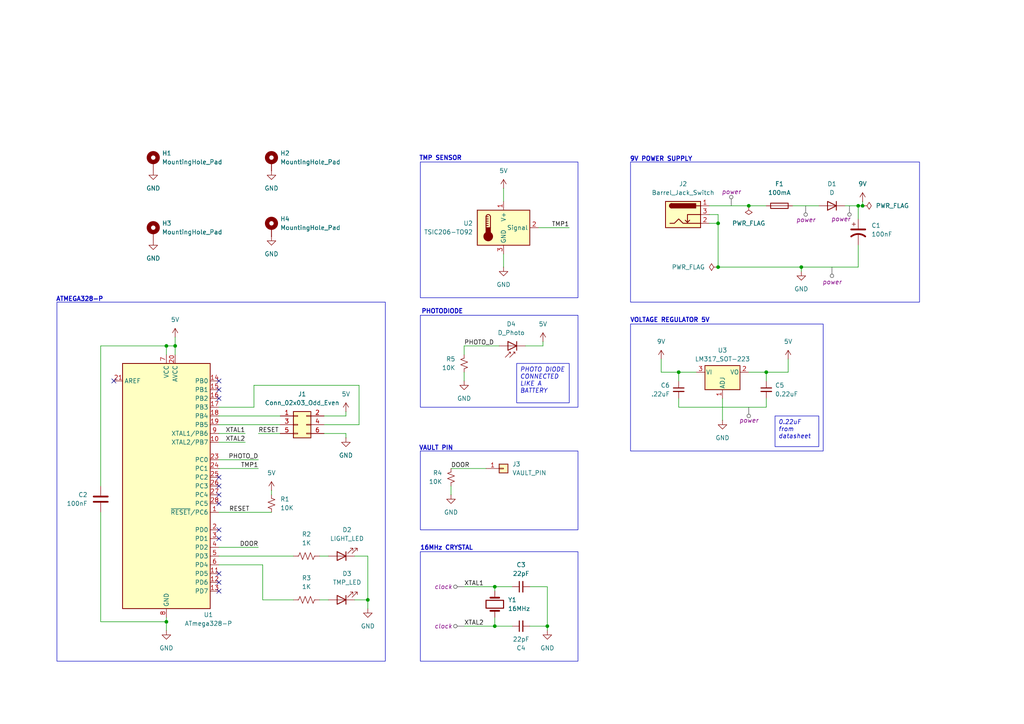
<source format=kicad_sch>
(kicad_sch (version 20231120) (generator "eeschema") (generator_version "8.0")
  (paper "A4")
  (title_block (title "VAULT SECURITY SYSTEM CONTROLLER") (date "2025-01-22") (company "CHAMALIDIS VASILEIOS SOTIRIOS"))
  (lib_symbols
    (symbol "Connector:Barrel_Jack_Switch" (pin_names hide)
      (property "Reference" "J" (at 0 5.334 0))
      (property "Value" "Barrel_Jack_Switch" (at 0 -5.08 0))
      (symbol "Barrel_Jack_Switch_0_1"
        (rectangle (start -5.08 3.81) (end 5.08 -3.81) (stroke (width 0.254)) (fill (type background)))
        (arc (start -3.302 3.175) (mid -3.9343 2.54) (end -3.302 1.905) (stroke (width 0.254)))
        (arc (start -3.302 3.175) (mid -3.9343 2.54) (end -3.302 1.905) (stroke (width 0.254)) (fill (type outline)))
        (polyline (pts (xy 1.27 -2.286) (xy 1.905 -1.651)) (stroke (width 0.254)))
        (polyline (pts (xy 5.08 2.54) (xy 3.81 2.54)) (stroke (width 0.254)))
        (polyline (pts (xy 5.08 0) (xy 1.27 0) (xy 1.27 -2.286) (xy 0.635 -1.651)) (stroke (width 0.254)))
        (polyline (pts (xy -3.81 -2.54) (xy -2.54 -2.54) (xy -1.27 -1.27) (xy 0 -2.54) (xy 2.54 -2.54) (xy 5.08 -2.54)) (stroke (width 0.254)))
        (rectangle (start 3.683 3.175) (end -3.302 1.905) (stroke (width 0.254)) (fill (type outline)))
      )
      (symbol "Barrel_Jack_Switch_1_1"
        (pin passive line (at 7.62 2.54 180) (length 2.54) (name "~") (number "1"))
        (pin passive line (at 7.62 -2.54 180) (length 2.54) (name "~") (number "2"))
        (pin passive line (at 7.62 0 180) (length 2.54) (name "~") (number "3"))
      )
    )
    (symbol "Connector_Generic:Conn_01x01" (pin_names (offset 1.016) hide)
      (property "Reference" "J" (at 0 2.54 0))
      (property "Value" "Conn_01x01" (at 0 -2.54 0))
      (symbol "Conn_01x01_1_1"
        (rectangle (start -1.27 0.127) (end 0 -0.127) (stroke (width 0.1524)))
        (rectangle (start -1.27 1.27) (end 1.27 -1.27) (stroke (width 0.254)) (fill (type background)))
        (pin passive line (at -5.08 0 0) (length 3.81) (name "Pin_1") (number "1"))
      )
    )
    (symbol "Connector_Generic:Conn_02x03_Odd_Even" (pin_names (offset 1.016) hide)
      (property "Reference" "J" (at 1.27 5.08 0))
      (property "Value" "Conn_02x03_Odd_Even" (at 1.27 -5.08 0))
      (symbol "Conn_02x03_Odd_Even_1_1"
        (rectangle (start -1.27 -2.413) (end 0 -2.667) (stroke (width 0.1524)))
        (rectangle (start -1.27 0.127) (end 0 -0.127) (stroke (width 0.1524)))
        (rectangle (start -1.27 2.667) (end 0 2.413) (stroke (width 0.1524)))
        (rectangle (start -1.27 3.81) (end 3.81 -3.81) (stroke (width 0.254)) (fill (type background)))
        (rectangle (start 3.81 -2.413) (end 2.54 -2.667) (stroke (width 0.1524)))
        (rectangle (start 3.81 0.127) (end 2.54 -0.127) (stroke (width 0.1524)))
        (rectangle (start 3.81 2.667) (end 2.54 2.413) (stroke (width 0.1524)))
        (pin passive line (at -5.08 2.54 0) (length 3.81) (name "Pin_1") (number "1"))
        (pin passive line (at 7.62 2.54 180) (length 3.81) (name "Pin_2") (number "2"))
        (pin passive line (at -5.08 0 0) (length 3.81) (name "Pin_3") (number "3"))
        (pin passive line (at 7.62 0 180) (length 3.81) (name "Pin_4") (number "4"))
        (pin passive line (at -5.08 -2.54 0) (length 3.81) (name "Pin_5") (number "5"))
        (pin passive line (at 7.62 -2.54 180) (length 3.81) (name "Pin_6") (number "6"))
      )
    )
    (symbol "Device:C" (pin_numbers hide) (pin_names (offset 0.254))
      (property "Reference" "C" (at 0.635 2.54 0))
      (property "Value" "C" (at 0.635 -2.54 0))
      (symbol "C_0_1"
        (polyline (pts (xy -2.032 -0.762) (xy 2.032 -0.762)) (stroke (width 0.508)))
        (polyline (pts (xy -2.032 0.762) (xy 2.032 0.762)) (stroke (width 0.508)))
      )
      (symbol "C_1_1"
        (pin passive line (at 0 3.81 270) (length 2.794) (name "~") (number "1"))
        (pin passive line (at 0 -3.81 90) (length 2.794) (name "~") (number "2"))
      )
    )
    (symbol "Device:C_Polarized_US" (pin_numbers hide) (pin_names (offset 0.254) hide)
      (property "Reference" "C" (at 0.635 2.54 0))
      (property "Value" "C_Polarized_US" (at 0.635 -2.54 0))
      (symbol "C_Polarized_US_0_1"
        (polyline (pts (xy -2.032 0.762) (xy 2.032 0.762)) (stroke (width 0.508)))
        (polyline (pts (xy -1.778 2.286) (xy -0.762 2.286)))
        (polyline (pts (xy -1.27 1.778) (xy -1.27 2.794)))
        (arc (start 2.032 -1.27) (mid 0 -0.5572) (end -2.032 -1.27) (stroke (width 0.508)))
      )
      (symbol "C_Polarized_US_1_1"
        (pin passive line (at 0 3.81 270) (length 2.794) (name "~") (number "1"))
        (pin passive line (at 0 -3.81 90) (length 3.302) (name "~") (number "2"))
      )
    )
    (symbol "Device:C_Small" (pin_numbers hide) (pin_names (offset 0.254) hide)
      (property "Reference" "C" (at 0.254 1.778 0))
      (property "Value" "C_Small" (at 0.254 -2.032 0))
      (symbol "C_Small_0_1"
        (polyline (pts (xy -1.524 -0.508) (xy 1.524 -0.508)) (stroke (width 0.3302)))
        (polyline (pts (xy -1.524 0.508) (xy 1.524 0.508)) (stroke (width 0.3048)))
      )
      (symbol "C_Small_1_1"
        (pin passive line (at 0 2.54 270) (length 2.032) (name "~") (number "1"))
        (pin passive line (at 0 -2.54 90) (length 2.032) (name "~") (number "2"))
      )
    )
    (symbol "Device:Crystal" (pin_numbers hide) (pin_names (offset 1.016) hide)
      (property "Reference" "Y" (at 0 3.81 0))
      (property "Value" "Crystal" (at 0 -3.81 0))
      (symbol "Crystal_0_1"
        (rectangle (start -1.143 2.54) (end 1.143 -2.54) (stroke (width 0.3048)))
        (polyline (pts (xy -2.54 0) (xy -1.905 0)))
        (polyline (pts (xy -1.905 -1.27) (xy -1.905 1.27)) (stroke (width 0.508)))
        (polyline (pts (xy 1.905 -1.27) (xy 1.905 1.27)) (stroke (width 0.508)))
        (polyline (pts (xy 2.54 0) (xy 1.905 0)))
      )
      (symbol "Crystal_1_1"
        (pin passive line (at -3.81 0 0) (length 1.27) (name "1") (number "1"))
        (pin passive line (at 3.81 0 180) (length 1.27) (name "2") (number "2"))
      )
    )
    (symbol "Device:D" (pin_numbers hide) (pin_names (offset 1.016) hide)
      (property "Reference" "D" (at 0 2.54 0))
      (property "Value" "D" (at 0 -2.54 0))
      (symbol "D_0_1"
        (polyline (pts (xy -1.27 1.27) (xy -1.27 -1.27)) (stroke (width 0.254)))
        (polyline (pts (xy 1.27 0) (xy -1.27 0)))
        (polyline (pts (xy 1.27 1.27) (xy 1.27 -1.27) (xy -1.27 0) (xy 1.27 1.27)) (stroke (width 0.254)))
      )
      (symbol "D_1_1"
        (pin passive line (at -3.81 0 0) (length 2.54) (name "K") (number "1"))
        (pin passive line (at 3.81 0 180) (length 2.54) (name "A") (number "2"))
      )
    )
    (symbol "Device:D_Photo" (pin_numbers hide) (pin_names hide)
      (property "Reference" "D" (at 0.508 1.778 0))
      (property "Value" "D_Photo" (at -1.016 -2.794 0))
      (symbol "D_Photo_0_1"
        (polyline (pts (xy -2.54 1.27) (xy -2.54 -1.27)) (stroke (width 0.254)))
        (polyline (pts (xy -2.032 1.778) (xy -1.524 1.778)))
        (polyline (pts (xy 0 0) (xy -2.54 0)))
        (polyline (pts (xy -0.508 3.302) (xy -2.032 1.778) (xy -2.032 2.286)))
        (polyline (pts (xy 0 -1.27) (xy 0 1.27) (xy -2.54 0) (xy 0 -1.27)) (stroke (width 0.254)))
        (polyline (pts (xy 0.762 3.302) (xy -0.762 1.778) (xy -0.762 2.286) (xy -0.762 1.778) (xy -0.254 1.778)))
      )
      (symbol "D_Photo_1_1"
        (pin passive line (at -5.08 0 0) (length 2.54) (name "K") (number "1"))
        (pin passive line (at 2.54 0 180) (length 2.54) (name "A") (number "2"))
      )
    )
    (symbol "Device:Fuse" (pin_numbers hide) (pin_names (offset 0))
      (property "Reference" "F" (at 2.032 0 90))
      (property "Value" "Fuse" (at -1.905 0 90))
      (symbol "Fuse_0_1"
        (rectangle (start -0.762 -2.54) (end 0.762 2.54) (stroke (width 0.254)))
        (polyline (pts (xy 0 2.54) (xy 0 -2.54)))
      )
      (symbol "Fuse_1_1"
        (pin passive line (at 0 3.81 270) (length 1.27) (name "~") (number "1"))
        (pin passive line (at 0 -3.81 90) (length 1.27) (name "~") (number "2"))
      )
    )
    (symbol "Device:LED" (pin_numbers hide) (pin_names (offset 1.016) hide)
      (property "Reference" "D" (at 0 2.54 0))
      (property "Value" "LED" (at 0 -2.54 0))
      (symbol "LED_0_1"
        (polyline (pts (xy -1.27 -1.27) (xy -1.27 1.27)) (stroke (width 0.254)))
        (polyline (pts (xy -1.27 0) (xy 1.27 0)))
        (polyline (pts (xy 1.27 -1.27) (xy 1.27 1.27) (xy -1.27 0) (xy 1.27 -1.27)) (stroke (width 0.254)))
        (polyline (pts (xy -3.048 -0.762) (xy -4.572 -2.286) (xy -3.81 -2.286) (xy -4.572 -2.286) (xy -4.572 -1.524)))
        (polyline (pts (xy -1.778 -0.762) (xy -3.302 -2.286) (xy -2.54 -2.286) (xy -3.302 -2.286) (xy -3.302 -1.524)))
      )
      (symbol "LED_1_1"
        (pin passive line (at -3.81 0 0) (length 2.54) (name "K") (number "1"))
        (pin passive line (at 3.81 0 180) (length 2.54) (name "A") (number "2"))
      )
    )
    (symbol "Device:R_Small_US" (pin_numbers hide) (pin_names (offset 0.254) hide)
      (property "Reference" "R" (at 0.762 0.508 0))
      (property "Value" "R_Small_US" (at 0.762 -1.016 0))
      (symbol "R_Small_US_1_1"
        (polyline (pts (xy 0 0) (xy 1.016 -0.381) (xy 0 -0.762) (xy -1.016 -1.143) (xy 0 -1.524)))
        (polyline (pts (xy 0 1.524) (xy 1.016 1.143) (xy 0 0.762) (xy -1.016 0.381) (xy 0 0)))
        (pin passive line (at 0 2.54 270) (length 1.016) (name "~") (number "1"))
        (pin passive line (at 0 -2.54 90) (length 1.016) (name "~") (number "2"))
      )
    )
    (symbol "Device:R_US" (pin_numbers hide) (pin_names (offset 0))
      (property "Reference" "R" (at 2.54 0 90))
      (property "Value" "R_US" (at -2.54 0 90))
      (symbol "R_US_0_1"
        (polyline (pts (xy 0 -2.286) (xy 0 -2.54)))
        (polyline (pts (xy 0 2.286) (xy 0 2.54)))
        (polyline (pts (xy 0 -0.762) (xy 1.016 -1.143) (xy 0 -1.524) (xy -1.016 -1.905) (xy 0 -2.286)))
        (polyline (pts (xy 0 0.762) (xy 1.016 0.381) (xy 0 0) (xy -1.016 -0.381) (xy 0 -0.762)))
        (polyline (pts (xy 0 2.286) (xy 1.016 1.905) (xy 0 1.524) (xy -1.016 1.143) (xy 0 0.762)))
      )
      (symbol "R_US_1_1"
        (pin passive line (at 0 3.81 270) (length 1.27) (name "~") (number "1"))
        (pin passive line (at 0 -3.81 90) (length 1.27) (name "~") (number "2"))
      )
    )
    (symbol "MCU_Microchip_ATmega:ATmega328-P"
      (property "Reference" "U" (at -12.7 36.83 0))
      (property "Value" "ATmega328-P" (at 2.54 -36.83 0))
      (symbol "ATmega328-P_0_1"
        (rectangle (start -12.7 -35.56) (end 12.7 35.56) (stroke (width 0.254)) (fill (type background)))
      )
      (symbol "ATmega328-P_1_1"
        (pin bidirectional line (at 15.24 -7.62 180) (length 2.54) (name "~{RESET}/PC6") (number "1"))
        (pin bidirectional line (at 15.24 12.7 180) (length 2.54) (name "XTAL2/PB7") (number "10"))
        (pin bidirectional line (at 15.24 -25.4 180) (length 2.54) (name "PD5") (number "11"))
        (pin bidirectional line (at 15.24 -27.94 180) (length 2.54) (name "PD6") (number "12"))
        (pin bidirectional line (at 15.24 -30.48 180) (length 2.54) (name "PD7") (number "13"))
        (pin bidirectional line (at 15.24 30.48 180) (length 2.54) (name "PB0") (number "14"))
        (pin bidirectional line (at 15.24 27.94 180) (length 2.54) (name "PB1") (number "15"))
        (pin bidirectional line (at 15.24 25.4 180) (length 2.54) (name "PB2") (number "16"))
        (pin bidirectional line (at 15.24 22.86 180) (length 2.54) (name "PB3") (number "17"))
        (pin bidirectional line (at 15.24 20.32 180) (length 2.54) (name "PB4") (number "18"))
        (pin bidirectional line (at 15.24 17.78 180) (length 2.54) (name "PB5") (number "19"))
        (pin bidirectional line (at 15.24 -12.7 180) (length 2.54) (name "PD0") (number "2"))
        (pin power_in line (at 2.54 38.1 270) (length 2.54) (name "AVCC") (number "20"))
        (pin passive line (at -15.24 30.48 0) (length 2.54) (name "AREF") (number "21"))
        (pin passive line (at 0 -38.1 90) (length 2.54) hide (name "GND") (number "22"))
        (pin bidirectional line (at 15.24 7.62 180) (length 2.54) (name "PC0") (number "23"))
        (pin bidirectional line (at 15.24 5.08 180) (length 2.54) (name "PC1") (number "24"))
        (pin bidirectional line (at 15.24 2.54 180) (length 2.54) (name "PC2") (number "25"))
        (pin bidirectional line (at 15.24 0 180) (length 2.54) (name "PC3") (number "26"))
        (pin bidirectional line (at 15.24 -2.54 180) (length 2.54) (name "PC4") (number "27"))
        (pin bidirectional line (at 15.24 -5.08 180) (length 2.54) (name "PC5") (number "28"))
        (pin bidirectional line (at 15.24 -15.24 180) (length 2.54) (name "PD1") (number "3"))
        (pin bidirectional line (at 15.24 -17.78 180) (length 2.54) (name "PD2") (number "4"))
        (pin bidirectional line (at 15.24 -20.32 180) (length 2.54) (name "PD3") (number "5"))
        (pin bidirectional line (at 15.24 -22.86 180) (length 2.54) (name "PD4") (number "6"))
        (pin power_in line (at 0 38.1 270) (length 2.54) (name "VCC") (number "7"))
        (pin power_in line (at 0 -38.1 90) (length 2.54) (name "GND") (number "8"))
        (pin bidirectional line (at 15.24 15.24 180) (length 2.54) (name "XTAL1/PB6") (number "9"))
      )
    )
    (symbol "Mechanical:MountingHole_Pad" (pin_numbers hide) (pin_names (offset 1.016) hide) (exclude_from_sim yes) (in_bom no)
      (property "Reference" "H" (at 0 6.35 0))
      (property "Value" "MountingHole_Pad" (at 0 4.445 0))
      (symbol "MountingHole_Pad_0_1"
        (circle (center 0 1.27) (radius 1.27) (stroke (width 1.27)))
      )
      (symbol "MountingHole_Pad_1_1"
        (pin input line (at 0 -2.54 90) (length 2.54) (name "1") (number "1"))
      )
    )
    (symbol "Regulator_Linear:LM317_SOT-223" (pin_names (offset 0.254))
      (property "Reference" "U" (at -3.81 3.175 0))
      (property "Value" "LM317_SOT-223" (at 0 3.175 0))
      (symbol "LM317_SOT-223_0_1"
        (rectangle (start -5.08 1.905) (end 5.08 -5.08) (stroke (width 0.254)) (fill (type background)))
      )
      (symbol "LM317_SOT-223_1_1"
        (pin input line (at 0 -7.62 90) (length 2.54) (name "ADJ") (number "1"))
        (pin power_out line (at 7.62 0 180) (length 2.54) (name "VO") (number "2"))
        (pin power_in line (at -7.62 0 0) (length 2.54) (name "VI") (number "3"))
      )
    )
    (symbol "Sensor_Temperature:TSIC206-TO92"
      (property "Reference" "U" (at -6.35 6.35 0))
      (property "Value" "TSIC206-TO92" (at 1.27 6.35 0))
      (symbol "TSIC206-TO92_0_1"
        (rectangle (start -7.62 5.08) (end 7.62 -5.08) (stroke (width 0.254)) (fill (type background)))
        (circle (center -4.445 -2.54) (radius 1.27) (stroke (width 0.254)) (fill (type outline)))
        (rectangle (start -3.81 -1.905) (end -5.08 0) (stroke (width 0.254)) (fill (type outline)))
        (arc (start -3.81 3.175) (mid -4.445 3.8073) (end -5.08 3.175) (stroke (width 0.254)))
        (polyline (pts (xy -5.08 0.635) (xy -4.445 0.635)) (stroke (width 0.254)))
        (polyline (pts (xy -5.08 1.27) (xy -4.445 1.27)) (stroke (width 0.254)))
        (polyline (pts (xy -5.08 1.905) (xy -4.445 1.905)) (stroke (width 0.254)))
        (polyline (pts (xy -5.08 2.54) (xy -4.445 2.54)) (stroke (width 0.254)))
        (polyline (pts (xy -5.08 3.175) (xy -5.08 0)) (stroke (width 0.254)))
        (polyline (pts (xy -5.08 3.175) (xy -4.445 3.175)) (stroke (width 0.254)))
        (polyline (pts (xy -3.81 3.175) (xy -3.81 0)) (stroke (width 0.254)))
      )
      (symbol "TSIC206-TO92_1_1"
        (pin power_in line (at 0 7.62 270) (length 2.54) (name "V+") (number "1"))
        (pin output line (at 10.16 0 180) (length 2.54) (name "Signal") (number "2"))
        (pin power_in line (at 0 -7.62 90) (length 2.54) (name "GND") (number "3"))
      )
    )
    (symbol "power:GND" (power) (pin_numbers hide) (pin_names (offset 0) hide)
      (property "Value" "GND" (at 0 -3.81 0))
      (symbol "GND_0_1"
        (polyline (pts (xy 0 0) (xy 0 -1.27) (xy 1.27 -1.27) (xy 0 -2.54) (xy -1.27 -1.27) (xy 0 -1.27)))
      )
      (symbol "GND_1_1"
        (pin power_in line (at 0 0 270) (length 0) (name "~") (number "1"))
      )
    )
    (symbol "power:PWR_FLAG" (power) (pin_numbers hide) (pin_names (offset 0) hide)
      (property "Value" "PWR_FLAG" (at 0 3.81 0))
      (symbol "PWR_FLAG_0_0"
        (pin power_out line (at 0 0 90) (length 0) (name "~") (number "1"))
      )
      (symbol "PWR_FLAG_0_1"
        (polyline (pts (xy 0 0) (xy 0 1.27) (xy -1.016 1.905) (xy 0 2.54) (xy 1.016 1.905) (xy 0 1.27)))
      )
    )
    (symbol "power:VCC" (power) (pin_numbers hide) (pin_names (offset 0) hide)
      (property "Value" "VCC" (at 0 3.556 0))
      (symbol "VCC_0_1"
        (polyline (pts (xy -0.762 1.27) (xy 0 2.54)))
        (polyline (pts (xy 0 0) (xy 0 2.54)))
        (polyline (pts (xy 0 2.54) (xy 0.762 1.27)))
      )
      (symbol "VCC_1_1"
        (pin power_in line (at 0 0 90) (length 0) (name "~") (number "1"))
      )
    )
  )
  (junction (at 217.17 59.69))
  (junction (at 208.28 64.77))
  (junction (at 143.51 170.18))
  (junction (at 208.28 77.47))
  (junction (at 232.41 77.47))
  (junction (at 222.25 107.95))
  (junction (at 143.51 181.61))
  (junction (at 48.26 180.34))
  (junction (at 48.26 100.33))
  (junction (at 250.19 59.69))
  (junction (at 196.85 107.95))
  (junction (at 158.75 181.61))
  (junction (at 50.8 100.33))
  (junction (at 106.68 173.99))
  (junction (at 248.92 59.69))
  (no_connect (at 63.5 156.21))
  (no_connect (at 63.5 146.05))
  (no_connect (at 63.5 115.57))
  (no_connect (at 63.5 113.03))
  (no_connect (at 63.5 140.97))
  (no_connect (at 63.5 168.91))
  (no_connect (at 63.5 143.51))
  (no_connect (at 63.5 110.49))
  (no_connect (at 63.5 166.37))
  (no_connect (at 33.02 110.49))
  (no_connect (at 63.5 171.45))
  (no_connect (at 63.5 138.43))
  (no_connect (at 63.5 153.67))
  (wire (pts (xy 104.14 123.19) (xy 104.14 111.76)))
  (wire (pts (xy 130.81 140.97) (xy 130.81 143.51)))
  (wire (pts (xy 248.92 77.47) (xy 232.41 77.47)))
  (wire (pts (xy 48.26 100.33) (xy 50.8 100.33)))
  (wire (pts (xy 93.98 125.73) (xy 100.33 125.73)))
  (wire (pts (xy 248.92 59.69) (xy 250.19 59.69)))
  (wire (pts (xy 63.5 123.19) (xy 81.28 123.19)))
  (wire (pts (xy 92.71 173.99) (xy 95.25 173.99)))
  (wire (pts (xy 153.67 181.61) (xy 158.75 181.61)))
  (wire (pts (xy 232.41 77.47) (xy 208.28 77.47)))
  (wire (pts (xy 217.17 107.95) (xy 222.25 107.95)))
  (wire (pts (xy 134.62 107.95) (xy 134.62 110.49)))
  (wire (pts (xy 63.5 148.59) (xy 78.74 148.59)))
  (wire (pts (xy 222.25 107.95) (xy 228.6 107.95)))
  (wire (pts (xy 205.74 59.69) (xy 217.17 59.69)))
  (wire (pts (xy 134.62 100.33) (xy 134.62 102.87)))
  (wire (pts (xy 248.92 59.69) (xy 248.92 63.5)))
  (wire (pts (xy 76.2 173.99) (xy 76.2 163.83)))
  (wire (pts (xy 134.62 181.61) (xy 143.51 181.61)))
  (wire (pts (xy 222.25 115.57) (xy 222.25 118.11)))
  (wire (pts (xy 102.87 161.29) (xy 106.68 161.29)))
  (wire (pts (xy 153.67 170.18) (xy 158.75 170.18)))
  (wire (pts (xy 106.68 173.99) (xy 106.68 176.53)))
  (wire (pts (xy 229.87 59.69) (xy 237.49 59.69)))
  (wire (pts (xy 205.74 64.77) (xy 208.28 64.77)))
  (wire (pts (xy 209.55 115.57) (xy 209.55 121.92)))
  (wire (pts (xy 78.74 142.24) (xy 78.74 143.51)))
  (wire (pts (xy 143.51 170.18) (xy 143.51 171.45)))
  (wire (pts (xy 148.59 170.18) (xy 143.51 170.18)))
  (wire (pts (xy 100.33 119.38) (xy 100.33 120.65)))
  (wire (pts (xy 208.28 64.77) (xy 208.28 77.47)))
  (wire (pts (xy 196.85 115.57) (xy 196.85 118.11)))
  (wire (pts (xy 50.8 100.33) (xy 50.8 102.87)))
  (wire (pts (xy 63.5 128.27) (xy 71.12 128.27)))
  (wire (pts (xy 104.14 111.76) (xy 73.66 111.76)))
  (wire (pts (xy 63.5 125.73) (xy 71.12 125.73)))
  (wire (pts (xy 100.33 125.73) (xy 100.33 127)))
  (wire (pts (xy 73.66 111.76) (xy 73.66 118.11)))
  (wire (pts (xy 228.6 104.14) (xy 228.6 107.95)))
  (wire (pts (xy 156.21 66.04) (xy 165.1 66.04)))
  (wire (pts (xy 29.21 100.33) (xy 48.26 100.33)))
  (wire (pts (xy 158.75 181.61) (xy 158.75 182.88)))
  (wire (pts (xy 93.98 123.19) (xy 104.14 123.19)))
  (wire (pts (xy 146.05 54.61) (xy 146.05 58.42)))
  (wire (pts (xy 76.2 163.83) (xy 63.5 163.83)))
  (wire (pts (xy 205.74 62.23) (xy 208.28 62.23)))
  (wire (pts (xy 48.26 179.07) (xy 48.26 180.34)))
  (wire (pts (xy 48.26 102.87) (xy 48.26 100.33)))
  (wire (pts (xy 63.5 120.65) (xy 81.28 120.65)))
  (wire (pts (xy 222.25 107.95) (xy 222.25 110.49)))
  (wire (pts (xy 29.21 180.34) (xy 48.26 180.34)))
  (wire (pts (xy 157.48 100.33) (xy 152.4 100.33)))
  (wire (pts (xy 134.62 170.18) (xy 143.51 170.18)))
  (wire (pts (xy 63.5 161.29) (xy 85.09 161.29)))
  (wire (pts (xy 63.5 158.75) (xy 74.93 158.75)))
  (wire (pts (xy 92.71 161.29) (xy 95.25 161.29)))
  (wire (pts (xy 29.21 140.97) (xy 29.21 100.33)))
  (wire (pts (xy 100.33 120.65) (xy 93.98 120.65)))
  (wire (pts (xy 146.05 73.66) (xy 146.05 77.47)))
  (wire (pts (xy 144.78 100.33) (xy 134.62 100.33)))
  (wire (pts (xy 158.75 170.18) (xy 158.75 181.61)))
  (wire (pts (xy 245.11 59.69) (xy 248.92 59.69)))
  (wire (pts (xy 208.28 62.23) (xy 208.28 64.77)))
  (wire (pts (xy 191.77 107.95) (xy 196.85 107.95)))
  (wire (pts (xy 143.51 181.61) (xy 148.59 181.61)))
  (wire (pts (xy 250.19 59.69) (xy 250.19 58.42)))
  (wire (pts (xy 106.68 161.29) (xy 106.68 173.99)))
  (wire (pts (xy 48.26 180.34) (xy 48.26 182.88)))
  (wire (pts (xy 63.5 133.35) (xy 74.93 133.35)))
  (wire (pts (xy 196.85 118.11) (xy 222.25 118.11)))
  (wire (pts (xy 73.66 118.11) (xy 63.5 118.11)))
  (wire (pts (xy 85.09 173.99) (xy 76.2 173.99)))
  (wire (pts (xy 248.92 71.12) (xy 248.92 77.47)))
  (wire (pts (xy 74.93 125.73) (xy 81.28 125.73)))
  (wire (pts (xy 196.85 107.95) (xy 201.93 107.95)))
  (wire (pts (xy 63.5 135.89) (xy 74.93 135.89)))
  (wire (pts (xy 232.41 78.74) (xy 232.41 77.47)))
  (wire (pts (xy 191.77 104.14) (xy 191.77 107.95)))
  (wire (pts (xy 102.87 173.99) (xy 106.68 173.99)))
  (wire (pts (xy 157.48 99.06) (xy 157.48 100.33)))
  (wire (pts (xy 196.85 107.95) (xy 196.85 110.49)))
  (wire (pts (xy 217.17 59.69) (xy 222.25 59.69)))
  (wire (pts (xy 29.21 148.59) (xy 29.21 180.34)))
  (wire (pts (xy 130.81 135.89) (xy 140.97 135.89)))
  (wire (pts (xy 50.8 97.79) (xy 50.8 100.33)))
  (wire (pts (xy 143.51 179.07) (xy 143.51 181.61)))
  (rectangle (start 121.92 46.99) (end 167.64 86.36))
  (rectangle (start 16.51 87.63) (end 111.76 191.77))
  (rectangle (start 121.92 91.44) (end 167.64 118.11))
  (rectangle (start 121.92 160.02) (end 167.64 191.77))
  (rectangle (start 182.88 93.98) (end 238.76 130.81))
  (rectangle (start 182.88 46.99) (end 266.7 87.63))
  (rectangle (start 121.92 130.81) (end 167.64 153.67))
  (text_box "0.22uF from datasheet" (at 224.79 120.65 0) (size 12.7 8.89) (effects (font (size 1.27 1.27) (thickness 0.1588) (italic yes)) (justify left top)))
  (text_box "PHOTO DIODE CONNECTED LIKE A BATTERY" (at 149.86 105.41 0) (size 15.24 11.43) (effects (font (size 1.27 1.27) (thickness 0.1588) (italic yes)) (justify left top)))
  (text "9V POWER SUPPLY" (at 191.77 46.228 0) (effects (font (size 1.27 1.27) (thickness 0.254) (bold yes))))
  (text "VAULT PIN" (at 126.492 130.048 0) (effects (font (size 1.27 1.27) (thickness 0.254) (bold yes))))
  (text "ATMEGA328-P" (at 23.114 86.868 0) (effects (font (size 1.27 1.27) (thickness 0.254) (bold yes))))
  (text "VOLTAGE REGULATOR 5V" (at 194.31 92.964 0) (effects (font (size 1.27 1.27) (thickness 0.254) (bold yes))))
  (text "TMP SENSOR" (at 127.762 45.974 0) (effects (font (size 1.27 1.27) (thickness 0.254) (bold yes))))
  (text "PHOTODIODE" (at 128.27 90.424 0) (effects (font (size 1.27 1.27) (thickness 0.254) (bold yes))))
  (text "16MHz CRYSTAL" (at 129.54 159.004 0) (effects (font (size 1.27 1.27) (thickness 0.254) (bold yes))))
  (label "PHOTO_D" (at 74.93 133.35 180))
  (label "DOOR" (at 130.81 135.89 0))
  (label "PHOTO_D" (at 134.62 100.33 0))
  (label "TMP1" (at 165.1 66.04 180))
  (label "RESET" (at 72.39 148.59 180))
  (label "XTAL2" (at 134.62 181.61 0))
  (label "DOOR" (at 74.93 158.75 180))
  (label "XTAL1" (at 134.62 170.18 0))
  (label "XTAL2" (at 71.12 128.27 180))
  (label "RESET" (at 74.93 125.73 0))
  (label "XTAL1" (at 71.12 125.73 180))
  (label "TMP1" (at 74.93 135.89 180))
  (netclass_flag "" (length 2.54) (shape round) (at 233.68 59.69 180) (property "Netclass" "power" (at 230.886 63.754 0) (effects (font (italic yes)) (justify left))))
  (netclass_flag "" (length 2.54) (shape round) (at 246.38 59.69 180) (property "Netclass" "power" (at 241.046 63.5 0) (effects (font (italic yes)) (justify left))))
  (netclass_flag "" (length 2.54) (shape round) (at 134.62 170.18 90) (property "Netclass" "clock" (at 125.984 170.18 0) (effects (font (italic yes)) (justify left))))
  (netclass_flag "" (length 2.54) (shape round) (at 241.3 77.47 180) (property "Netclass" "power" (at 238.506 81.788 0) (effects (font (italic yes)) (justify left))))
  (netclass_flag "" (length 2.54) (shape round) (at 212.09 59.69 0) (property "Netclass" "power" (at 209.296 55.626 0) (effects (font (italic yes)) (justify left))))
  (netclass_flag "" (length 2.54) (shape round) (at 217.17 118.11 180) (property "Netclass" "power" (at 214.376 121.92 0) (effects (font (italic yes)) (justify left))))
  (netclass_flag "" (length 2.54) (shape round) (at 134.62 181.61 90) (property "Netclass" "clock" (at 125.984 181.61 0) (effects (font (italic yes)) (justify left))))
  (symbol (lib_id "Regulator_Linear:LM317_SOT-223") (at 209.55 107.95 0) (unit 1)
    (property "Reference" "U3" (at 209.55 101.6 0))
    (property "Value" "LM317_SOT-223" (at 209.55 104.14 0))
    (property "Footprint" "Package_TO_SOT_SMD:SOT-223-3_TabPin2" (effects (hide yes)))
    (property "Datasheet" "http://www.ti.com/lit/ds/symlink/lm317.pdf" (effects (hide yes)))
    (property "Description" "1.5A 35V Adjustable Linear Regulator, SOT-223" (effects (hide yes)))
  )
  (symbol (lib_id "power:GND") (at 106.68 176.53 0) (unit 1)
    (property "Reference" "#PWR013" (effects (hide yes)))
    (property "Value" "GND" (at 106.68 181.61 0))
    (property "Description" "Power symbol creates a global label with name \"GND\" , ground" (effects (hide yes)))
  )
  (symbol (lib_id "Device:D") (at 241.3 59.69 180) (unit 1)
    (property "Reference" "D1" (at 241.3 53.34 0))
    (property "Value" "D" (at 241.3 55.88 0))
    (property "Footprint" "Diode_SMD:D_SMA" (effects (hide yes)))
    (property "Description" "Diode" (effects (hide yes)))
    (property "Sim.Device" "D" (effects (hide yes)))
    (property "Sim.Pins" "1=K 2=A" (effects (hide yes)))
  )
  (symbol (lib_id "power:GND") (at 209.55 121.92 0) (unit 1)
    (property "Reference" "#PWR021" (effects (hide yes)))
    (property "Value" "GND" (at 209.55 127 0))
    (property "Description" "Power symbol creates a global label with name \"GND\" , ground" (effects (hide yes)))
  )
  (symbol (lib_id "power:VCC") (at 228.6 104.14 0) (unit 1)
    (property "Reference" "#PWR020" (effects (hide yes)))
    (property "Value" "5V" (at 228.6 99.06 0))
    (property "Description" "Power symbol creates a global label with name \"VCC\"" (effects (hide yes)))
  )
  (symbol (lib_id "power:GND") (at 232.41 78.74 0) (unit 1)
    (property "Reference" "#PWR01" (effects (hide yes)))
    (property "Value" "GND" (at 232.41 83.82 0))
    (property "Description" "Power symbol creates a global label with name \"GND\" , ground" (effects (hide yes)))
  )
  (symbol (lib_id "Device:C_Small") (at 151.13 181.61 90) (mirror x) (unit 1)
    (property "Reference" "C4" (at 151.1363 187.96 90))
    (property "Value" "22pF" (at 151.1363 185.42 90))
    (property "Footprint" "Capacitor_SMD:C_0402_1005Metric" (effects (hide yes)))
    (property "Description" "Unpolarized capacitor, small symbol" (effects (hide yes)))
  )
  (symbol (lib_id "power:VCC") (at 146.05 54.61 0) (unit 1)
    (property "Reference" "#PWR09" (effects (hide yes)))
    (property "Value" "5V" (at 146.05 49.53 0))
    (property "Description" "Power symbol creates a global label with name \"VCC\"" (effects (hide yes)))
  )
  (symbol (lib_id "power:VCC") (at 50.8 97.79 0) (unit 1)
    (property "Reference" "#PWR03" (effects (hide yes)))
    (property "Value" "5V" (at 50.8 92.71 0))
    (property "Description" "Power symbol creates a global label with name \"VCC\"" (effects (hide yes)))
  )
  (symbol (lib_id "Device:LED") (at 99.06 161.29 180) (unit 1)
    (property "Reference" "D2" (at 100.6475 153.67 0))
    (property "Value" "LIGHT_LED" (at 100.6475 156.21 0))
    (property "Footprint" "LED_THT:LED_D5.0mm" (effects (hide yes)))
    (property "Description" "Light emitting diode" (effects (hide yes)))
  )
  (symbol (lib_id "power:GND") (at 44.45 49.53 0) (unit 1)
    (property "Reference" "#PWR015" (effects (hide yes)))
    (property "Value" "GND" (at 44.45 54.61 0))
    (property "Description" "Power symbol creates a global label with name \"GND\" , ground" (effects (hide yes)))
  )
  (symbol (lib_id "power:VCC") (at 78.74 142.24 0) (unit 1)
    (property "Reference" "#PWR05" (effects (hide yes)))
    (property "Value" "5V" (at 78.74 137.16 0))
    (property "Description" "Power symbol creates a global label with name \"VCC\"" (effects (hide yes)))
  )
  (symbol (lib_id "Device:C") (at 29.21 144.78 0) (mirror y) (unit 1)
    (property "Reference" "C2" (at 25.4 143.5099 0) (effects (justify left)))
    (property "Value" "100nF" (at 25.4 146.0499 0) (effects (justify left)))
    (property "Footprint" "Capacitor_SMD:C_0805_2012Metric" (effects (hide yes)))
    (property "Description" "Unpolarized capacitor" (effects (hide yes)))
  )
  (symbol (lib_id "power:GND") (at 134.62 110.49 0) (unit 1)
    (property "Reference" "#PWR010" (effects (hide yes)))
    (property "Value" "GND" (at 134.62 115.57 0))
    (property "Description" "Power symbol creates a global label with name \"GND\" , ground" (effects (hide yes)))
  )
  (symbol (lib_id "power:GND") (at 158.75 182.88 0) (unit 1)
    (property "Reference" "#PWR08" (effects (hide yes)))
    (property "Value" "GND" (at 158.75 187.96 0))
    (property "Description" "Power symbol creates a global label with name \"GND\" , ground" (effects (hide yes)))
  )
  (symbol (lib_id "Sensor_Temperature:TSIC206-TO92") (at 146.05 66.04 0) (unit 1)
    (property "Reference" "U2" (at 137.16 64.7699 0) (effects (justify right)))
    (property "Value" "TSIC206-TO92" (at 137.16 67.3099 0) (effects (justify right)))
    (property "Footprint" "Package_TO_SOT_THT:TO-92_Inline" (effects (hide yes)))
    (property "Datasheet" "https://shop.bb-sensors.com/out/media/Datasheet_Digital_Semiconductor_temperatur_sensor_TSIC.pdf" (effects (hide yes)))
    (property "Description" "Digital temperature sensor, range -50 ... +150 °C, 0.5 K accuracy, TO-92" (effects (hide yes)))
  )
  (symbol (lib_id "power:GND") (at 146.05 77.47 0) (unit 1)
    (property "Reference" "#PWR012" (effects (hide yes)))
    (property "Value" "GND" (at 146.05 82.55 0))
    (property "Description" "Power symbol creates a global label with name \"GND\" , ground" (effects (hide yes)))
  )
  (symbol (lib_id "Device:R_Small_US") (at 78.74 146.05 180) (unit 1)
    (property "Reference" "R1" (at 81.28 144.7799 0) (effects (justify right)))
    (property "Value" "10K" (at 81.28 147.3199 0) (effects (justify right)))
    (property "Footprint" "Resistor_SMD:R_0805_2012Metric" (effects (hide yes)))
    (property "Description" "Resistor, small US symbol" (effects (hide yes)))
  )
  (symbol (lib_id "Device:Fuse") (at 226.06 59.69 90) (unit 1)
    (property "Reference" "F1" (at 226.06 53.34 90))
    (property "Value" "100mA" (at 226.06 55.88 90))
    (property "Footprint" "Fuse:Fuse_0805_2012Metric" (effects (hide yes)))
    (property "Description" "Fuse" (effects (hide yes)))
  )
  (symbol (lib_id "Device:C_Polarized_US") (at 248.92 67.31 0) (unit 1)
    (property "Reference" "C1" (at 252.73 65.4049 0) (effects (justify left)))
    (property "Value" "100nF" (at 252.73 67.9449 0) (effects (justify left)))
    (property "Footprint" "Capacitor_Tantalum_SMD:CP_EIA-3216-12_Kemet-S" (effects (hide yes)))
    (property "Description" "Polarized capacitor, US symbol" (effects (hide yes)))
  )
  (symbol (lib_id "power:GND") (at 48.26 182.88 0) (unit 1)
    (property "Reference" "#PWR06" (effects (hide yes)))
    (property "Value" "GND" (at 48.26 187.96 0))
    (property "Description" "Power symbol creates a global label with name \"GND\" , ground" (effects (hide yes)))
  )
  (symbol (lib_id "Device:R_Small_US") (at 130.81 138.43 0) (mirror x) (unit 1)
    (property "Reference" "R4" (at 128.27 137.1599 0) (effects (justify right)))
    (property "Value" "10K" (at 128.27 139.6999 0) (effects (justify right)))
    (property "Footprint" "Resistor_SMD:R_0805_2012Metric" (effects (hide yes)))
    (property "Description" "Resistor, small US symbol" (effects (hide yes)))
  )
  (symbol (lib_id "power:GND") (at 78.74 68.58 0) (unit 1)
    (property "Reference" "#PWR018" (effects (hide yes)))
    (property "Value" "GND" (at 78.74 73.66 0))
    (property "Description" "Power symbol creates a global label with name \"GND\" , ground" (effects (hide yes)))
  )
  (symbol (lib_id "Device:R_Small_US") (at 134.62 105.41 0) (mirror x) (unit 1)
    (property "Reference" "R5" (at 132.08 104.1399 0) (effects (justify right)))
    (property "Value" "10K" (at 132.08 106.6799 0) (effects (justify right)))
    (property "Footprint" "Resistor_SMD:R_0805_2012Metric" (effects (hide yes)))
    (property "Description" "Resistor, small US symbol" (effects (hide yes)))
  )
  (symbol (lib_id "power:PWR_FLAG") (at 208.28 77.47 90) (unit 1)
    (property "Reference" "#FLG01" (effects (hide yes)))
    (property "Value" "PWR_FLAG" (at 204.47 77.4699 90) (effects (justify left)))
    (property "Description" "Special symbol for telling ERC where power comes from" (effects (hide yes)))
  )
  (symbol (lib_id "Device:C_Small") (at 151.13 170.18 90) (unit 1)
    (property "Reference" "C3" (at 151.1363 163.83 90))
    (property "Value" "22pF" (at 151.1363 166.37 90))
    (property "Footprint" "Capacitor_SMD:C_0402_1005Metric" (effects (hide yes)))
    (property "Description" "Unpolarized capacitor, small symbol" (effects (hide yes)))
  )
  (symbol (lib_id "Connector_Generic:Conn_01x01") (at 146.05 135.89 0) (unit 1)
    (property "Reference" "J3" (at 148.59 134.6199 0) (effects (justify left)))
    (property "Value" "VAULT_PIN" (at 148.59 137.1599 0) (effects (justify left)))
    (property "Footprint" "Connector_PinSocket_2.54mm:PinSocket_1x01_P2.54mm_Horizontal" (effects (hide yes)))
    (property "Description" "Generic connector, single row, 01x01, script generated (kicad-library-utils/schlib/autogen/connector/)" (effects (hide yes)))
  )
  (symbol (lib_id "Mechanical:MountingHole_Pad") (at 44.45 46.99 0) (unit 1) (exclude_from_sim yes) (in_bom no)
    (property "Reference" "H1" (at 46.99 44.4499 0) (effects (justify left)))
    (property "Value" "MountingHole_Pad" (at 46.99 46.9899 0) (effects (justify left)))
    (property "Footprint" "MountingHole:MountingHole_2.7mm_M2.5_Pad_Via" (effects (hide yes)))
    (property "Description" "Mounting Hole with connection" (effects (hide yes)))
  )
  (symbol (lib_id "Device:R_US") (at 88.9 173.99 90) (unit 1)
    (property "Reference" "R3" (at 88.9 167.64 90))
    (property "Value" "1K" (at 88.9 170.18 90))
    (property "Footprint" "Resistor_SMD:R_0402_1005Metric" (effects (hide yes)))
    (property "Description" "Resistor, US symbol" (effects (hide yes)))
  )
  (symbol (lib_id "Mechanical:MountingHole_Pad") (at 44.45 67.31 0) (unit 1) (exclude_from_sim yes) (in_bom no)
    (property "Reference" "H3" (at 46.99 64.7699 0) (effects (justify left)))
    (property "Value" "MountingHole_Pad" (at 46.99 67.3099 0) (effects (justify left)))
    (property "Footprint" "MountingHole:MountingHole_2.7mm_M2.5_Pad_Via" (effects (hide yes)))
    (property "Description" "Mounting Hole with connection" (effects (hide yes)))
  )
  (symbol (lib_id "power:PWR_FLAG") (at 217.17 59.69 180) (unit 1)
    (property "Reference" "#FLG02" (effects (hide yes)))
    (property "Value" "PWR_FLAG" (at 217.17 64.77 0))
    (property "Description" "Special symbol for telling ERC where power comes from" (effects (hide yes)))
  )
  (symbol (lib_id "power:GND") (at 100.33 127 0) (unit 1)
    (property "Reference" "#PWR07" (effects (hide yes)))
    (property "Value" "GND" (at 100.33 132.08 0))
    (property "Description" "Power symbol creates a global label with name \"GND\" , ground" (effects (hide yes)))
  )
  (symbol (lib_id "power:GND") (at 130.81 143.51 0) (unit 1)
    (property "Reference" "#PWR014" (effects (hide yes)))
    (property "Value" "GND" (at 130.81 148.59 0))
    (property "Description" "Power symbol creates a global label with name \"GND\" , ground" (effects (hide yes)))
  )
  (symbol (lib_id "MCU_Microchip_ATmega:ATmega328-P") (at 48.26 140.97 0) (unit 1)
    (property "Reference" "U1" (at 60.452 178.308 0))
    (property "Value" "ATmega328-P" (at 60.452 180.848 0))
    (property "Footprint" "Package_DIP:DIP-28_W7.62mm" (effects (hide yes)))
    (property "Datasheet" "http://ww1.microchip.com/downloads/en/DeviceDoc/ATmega328_P%20AVR%20MCU%20with%20picoPower%20Technology%20Data%20Sheet%2040001984A.pdf" (effects (hide yes)))
    (property "Description" "20MHz, 32kB Flash, 2kB SRAM, 1kB EEPROM, DIP-28" (effects (hide yes)))
  )
  (symbol (lib_id "power:VCC") (at 250.19 58.42 0) (unit 1)
    (property "Reference" "#PWR02" (effects (hide yes)))
    (property "Value" "9V" (at 250.19 53.34 0))
    (property "Description" "Power symbol creates a global label with name \"VCC\"" (effects (hide yes)))
  )
  (symbol (lib_id "Connector:Barrel_Jack_Switch") (at 198.12 62.23 0) (unit 1)
    (property "Reference" "J2" (at 198.12 53.34 0))
    (property "Value" "Barrel_Jack_Switch" (at 198.12 55.88 0))
    (property "Footprint" "Connector_BarrelJack:BarrelJack_Horizontal" (effects (hide yes)))
    (property "Description" "DC Barrel Jack with an internal switch" (effects (hide yes)))
  )
  (symbol (lib_id "power:VCC") (at 157.48 99.06 0) (unit 1)
    (property "Reference" "#PWR011" (effects (hide yes)))
    (property "Value" "5V" (at 157.48 93.98 0))
    (property "Description" "Power symbol creates a global label with name \"VCC\"" (effects (hide yes)))
  )
  (symbol (lib_id "Device:C_Small") (at 222.25 113.03 0) (unit 1)
    (property "Reference" "C5" (at 224.79 111.7662 0) (effects (justify left)))
    (property "Value" "0.22uF" (at 224.79 114.3062 0) (effects (justify left)))
    (property "Footprint" "Capacitor_SMD:C_0603_1608Metric" (effects (hide yes)))
    (property "Description" "Unpolarized capacitor, small symbol" (effects (hide yes)))
  )
  (symbol (lib_id "Device:R_US") (at 88.9 161.29 90) (unit 1)
    (property "Reference" "R2" (at 88.9 154.94 90))
    (property "Value" "1K" (at 88.9 157.48 90))
    (property "Footprint" "Resistor_SMD:R_0402_1005Metric" (effects (hide yes)))
    (property "Description" "Resistor, US symbol" (effects (hide yes)))
  )
  (symbol (lib_id "Mechanical:MountingHole_Pad") (at 78.74 46.99 0) (unit 1) (exclude_from_sim yes) (in_bom no)
    (property "Reference" "H2" (at 81.28 44.4499 0) (effects (justify left)))
    (property "Value" "MountingHole_Pad" (at 81.28 46.9899 0) (effects (justify left)))
    (property "Footprint" "MountingHole:MountingHole_2.7mm_M2.5_Pad_Via" (effects (hide yes)))
    (property "Description" "Mounting Hole with connection" (effects (hide yes)))
  )
  (symbol (lib_id "power:VCC") (at 191.77 104.14 0) (unit 1)
    (property "Reference" "#PWR019" (effects (hide yes)))
    (property "Value" "9V" (at 191.77 99.06 0))
    (property "Description" "Power symbol creates a global label with name \"VCC\"" (effects (hide yes)))
  )
  (symbol (lib_id "Connector_Generic:Conn_02x03_Odd_Even") (at 86.36 123.19 0) (unit 1)
    (property "Reference" "J1" (at 87.63 114.3 0))
    (property "Value" "Conn_02x03_Odd_Even" (at 87.63 116.84 0))
    (property "Footprint" "Connector_PinHeader_2.54mm:PinHeader_2x03_P2.54mm_Vertical" (effects (hide yes)))
    (property "Description" "Generic connector, double row, 02x03, odd/even pin numbering scheme (row 1 odd numbers, row 2 even numbers), script generated (kicad-library-utils/schlib/autogen/connector/)" (effects (hide yes)))
  )
  (symbol (lib_id "power:GND") (at 44.45 69.85 0) (unit 1)
    (property "Reference" "#PWR017" (effects (hide yes)))
    (property "Value" "GND" (at 44.45 74.93 0))
    (property "Description" "Power symbol creates a global label with name \"GND\" , ground" (effects (hide yes)))
  )
  (symbol (lib_id "Mechanical:MountingHole_Pad") (at 78.74 66.04 0) (unit 1) (exclude_from_sim yes) (in_bom no)
    (property "Reference" "H4" (at 81.28 63.4999 0) (effects (justify left)))
    (property "Value" "MountingHole_Pad" (at 81.28 66.0399 0) (effects (justify left)))
    (property "Footprint" "MountingHole:MountingHole_2.7mm_M2.5_Pad_Via" (effects (hide yes)))
    (property "Description" "Mounting Hole with connection" (effects (hide yes)))
  )
  (symbol (lib_id "power:VCC") (at 100.33 119.38 0) (unit 1)
    (property "Reference" "#PWR04" (effects (hide yes)))
    (property "Value" "5V" (at 100.33 114.3 0))
    (property "Description" "Power symbol creates a global label with name \"VCC\"" (effects (hide yes)))
  )
  (symbol (lib_id "power:PWR_FLAG") (at 250.19 59.69 270) (unit 1)
    (property "Reference" "#FLG03" (effects (hide yes)))
    (property "Value" "PWR_FLAG" (at 254 59.6899 90) (effects (justify left)))
    (property "Description" "Special symbol for telling ERC where power comes from" (effects (hide yes)))
  )
  (symbol (lib_id "Device:C_Small") (at 196.85 113.03 0) (mirror y) (unit 1)
    (property "Reference" "C6" (at 194.31 111.7662 0) (effects (justify left)))
    (property "Value" ".22uF" (at 194.31 114.3062 0) (effects (justify left)))
    (property "Footprint" "Capacitor_SMD:C_0603_1608Metric" (effects (hide yes)))
    (property "Description" "Unpolarized capacitor, small symbol" (effects (hide yes)))
  )
  (symbol (lib_id "Device:D_Photo") (at 147.32 100.33 180) (unit 1)
    (property "Reference" "D4" (at 148.2725 93.98 0))
    (property "Value" "D_Photo" (at 148.2725 96.52 0))
    (property "Footprint" "LED_THT:LED_D5.0mm_IRBlack" (effects (hide yes)))
    (property "Description" "Photodiode" (effects (hide yes)))
  )
  (symbol (lib_id "Device:LED") (at 99.06 173.99 180) (unit 1)
    (property "Reference" "D3" (at 100.6475 166.37 0))
    (property "Value" "TMP_LED" (at 100.6475 168.91 0))
    (property "Footprint" "LED_THT:LED_D5.0mm" (effects (hide yes)))
    (property "Description" "Light emitting diode" (effects (hide yes)))
  )
  (symbol (lib_id "Device:Crystal") (at 143.51 175.26 90) (unit 1)
    (property "Reference" "Y1" (at 147.32 173.9899 90) (effects (justify right)))
    (property "Value" "16MHz" (at 147.32 176.5299 90) (effects (justify right)))
    (property "Footprint" "Crystal:Crystal_SMD_HC49-SD" (effects (hide yes)))
    (property "Description" "Two pin crystal" (effects (hide yes)))
  )
  (symbol (lib_id "power:GND") (at 78.74 49.53 0) (unit 1)
    (property "Reference" "#PWR016" (effects (hide yes)))
    (property "Value" "GND" (at 78.74 54.61 0))
    (property "Description" "Power symbol creates a global label with name \"GND\" , ground" (effects (hide yes)))
  )
)
</source>
